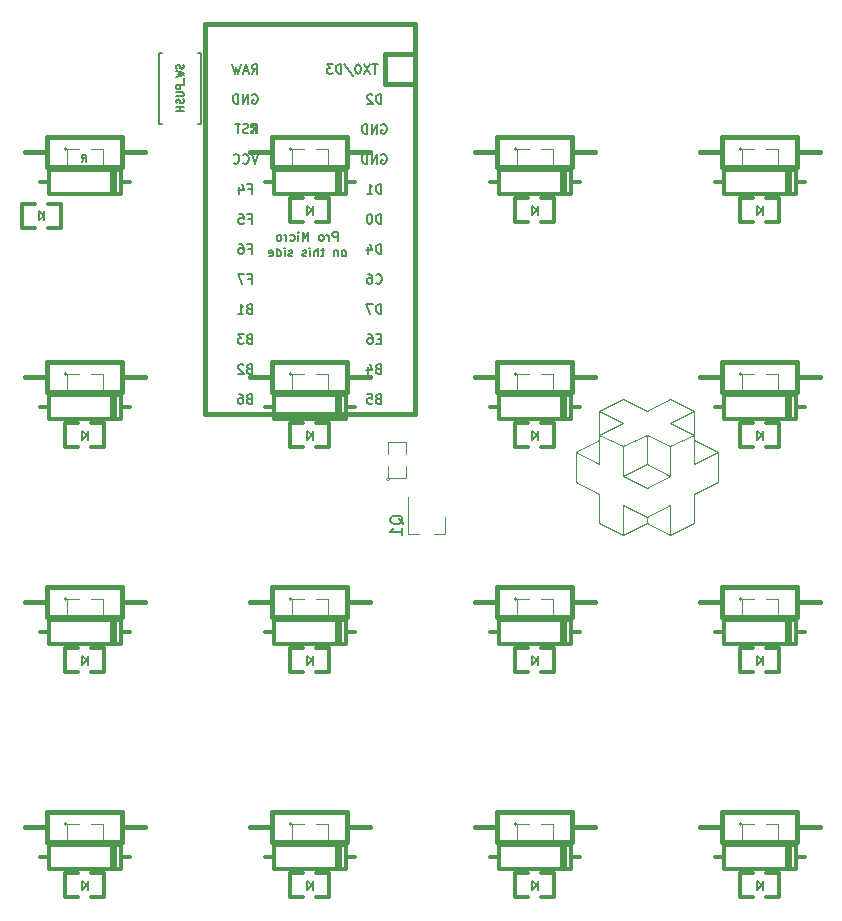
<source format=gbo>
G04 #@! TF.GenerationSoftware,KiCad,Pcbnew,(5.0.1)-3*
G04 #@! TF.CreationDate,2020-04-26T21:35:37+05:00*
G04 #@! TF.ProjectId,amoeba-4x4-keypad,616D6F6562612D3478342D6B65797061,rev?*
G04 #@! TF.SameCoordinates,Original*
G04 #@! TF.FileFunction,Legend,Bot*
G04 #@! TF.FilePolarity,Positive*
%FSLAX46Y46*%
G04 Gerber Fmt 4.6, Leading zero omitted, Abs format (unit mm)*
G04 Created by KiCad (PCBNEW (5.0.1)-3) date 26.04.2020 21:35:37*
%MOMM*%
%LPD*%
G01*
G04 APERTURE LIST*
%ADD10C,0.187500*%
%ADD11C,0.100000*%
%ADD12C,0.150000*%
%ADD13C,0.099060*%
%ADD14C,0.300000*%
%ADD15C,0.200000*%
%ADD16C,0.381000*%
%ADD17C,0.304800*%
%ADD18C,0.120000*%
G04 APERTURE END LIST*
D10*
X270323571Y-120573035D02*
X270323571Y-119823035D01*
X270037857Y-119823035D01*
X269966428Y-119858750D01*
X269930714Y-119894464D01*
X269895000Y-119965892D01*
X269895000Y-120073035D01*
X269930714Y-120144464D01*
X269966428Y-120180178D01*
X270037857Y-120215892D01*
X270323571Y-120215892D01*
X269573571Y-120573035D02*
X269573571Y-120073035D01*
X269573571Y-120215892D02*
X269537857Y-120144464D01*
X269502142Y-120108750D01*
X269430714Y-120073035D01*
X269359285Y-120073035D01*
X269002142Y-120573035D02*
X269073571Y-120537321D01*
X269109285Y-120501607D01*
X269145000Y-120430178D01*
X269145000Y-120215892D01*
X269109285Y-120144464D01*
X269073571Y-120108750D01*
X269002142Y-120073035D01*
X268895000Y-120073035D01*
X268823571Y-120108750D01*
X268787857Y-120144464D01*
X268752142Y-120215892D01*
X268752142Y-120430178D01*
X268787857Y-120501607D01*
X268823571Y-120537321D01*
X268895000Y-120573035D01*
X269002142Y-120573035D01*
X267859285Y-120573035D02*
X267859285Y-119823035D01*
X267609285Y-120358750D01*
X267359285Y-119823035D01*
X267359285Y-120573035D01*
X267002142Y-120573035D02*
X267002142Y-120073035D01*
X267002142Y-119823035D02*
X267037857Y-119858750D01*
X267002142Y-119894464D01*
X266966428Y-119858750D01*
X267002142Y-119823035D01*
X267002142Y-119894464D01*
X266323571Y-120537321D02*
X266395000Y-120573035D01*
X266537857Y-120573035D01*
X266609285Y-120537321D01*
X266645000Y-120501607D01*
X266680714Y-120430178D01*
X266680714Y-120215892D01*
X266645000Y-120144464D01*
X266609285Y-120108750D01*
X266537857Y-120073035D01*
X266395000Y-120073035D01*
X266323571Y-120108750D01*
X266002142Y-120573035D02*
X266002142Y-120073035D01*
X266002142Y-120215892D02*
X265966428Y-120144464D01*
X265930714Y-120108750D01*
X265859285Y-120073035D01*
X265787857Y-120073035D01*
X265430714Y-120573035D02*
X265502142Y-120537321D01*
X265537857Y-120501607D01*
X265573571Y-120430178D01*
X265573571Y-120215892D01*
X265537857Y-120144464D01*
X265502142Y-120108750D01*
X265430714Y-120073035D01*
X265323571Y-120073035D01*
X265252142Y-120108750D01*
X265216428Y-120144464D01*
X265180714Y-120215892D01*
X265180714Y-120430178D01*
X265216428Y-120501607D01*
X265252142Y-120537321D01*
X265323571Y-120573035D01*
X265430714Y-120573035D01*
X270912857Y-121885535D02*
X270984285Y-121849821D01*
X271020000Y-121814107D01*
X271055714Y-121742678D01*
X271055714Y-121528392D01*
X271020000Y-121456964D01*
X270984285Y-121421250D01*
X270912857Y-121385535D01*
X270805714Y-121385535D01*
X270734285Y-121421250D01*
X270698571Y-121456964D01*
X270662857Y-121528392D01*
X270662857Y-121742678D01*
X270698571Y-121814107D01*
X270734285Y-121849821D01*
X270805714Y-121885535D01*
X270912857Y-121885535D01*
X270341428Y-121385535D02*
X270341428Y-121885535D01*
X270341428Y-121456964D02*
X270305714Y-121421250D01*
X270234285Y-121385535D01*
X270127142Y-121385535D01*
X270055714Y-121421250D01*
X270020000Y-121492678D01*
X270020000Y-121885535D01*
X269198571Y-121385535D02*
X268912857Y-121385535D01*
X269091428Y-121135535D02*
X269091428Y-121778392D01*
X269055714Y-121849821D01*
X268984285Y-121885535D01*
X268912857Y-121885535D01*
X268662857Y-121885535D02*
X268662857Y-121135535D01*
X268341428Y-121885535D02*
X268341428Y-121492678D01*
X268377142Y-121421250D01*
X268448571Y-121385535D01*
X268555714Y-121385535D01*
X268627142Y-121421250D01*
X268662857Y-121456964D01*
X267984285Y-121885535D02*
X267984285Y-121385535D01*
X267984285Y-121135535D02*
X268020000Y-121171250D01*
X267984285Y-121206964D01*
X267948571Y-121171250D01*
X267984285Y-121135535D01*
X267984285Y-121206964D01*
X267662857Y-121849821D02*
X267591428Y-121885535D01*
X267448571Y-121885535D01*
X267377142Y-121849821D01*
X267341428Y-121778392D01*
X267341428Y-121742678D01*
X267377142Y-121671250D01*
X267448571Y-121635535D01*
X267555714Y-121635535D01*
X267627142Y-121599821D01*
X267662857Y-121528392D01*
X267662857Y-121492678D01*
X267627142Y-121421250D01*
X267555714Y-121385535D01*
X267448571Y-121385535D01*
X267377142Y-121421250D01*
X266484285Y-121849821D02*
X266412857Y-121885535D01*
X266270000Y-121885535D01*
X266198571Y-121849821D01*
X266162857Y-121778392D01*
X266162857Y-121742678D01*
X266198571Y-121671250D01*
X266270000Y-121635535D01*
X266377142Y-121635535D01*
X266448571Y-121599821D01*
X266484285Y-121528392D01*
X266484285Y-121492678D01*
X266448571Y-121421250D01*
X266377142Y-121385535D01*
X266270000Y-121385535D01*
X266198571Y-121421250D01*
X265841428Y-121885535D02*
X265841428Y-121385535D01*
X265841428Y-121135535D02*
X265877142Y-121171250D01*
X265841428Y-121206964D01*
X265805714Y-121171250D01*
X265841428Y-121135535D01*
X265841428Y-121206964D01*
X265162857Y-121885535D02*
X265162857Y-121135535D01*
X265162857Y-121849821D02*
X265234285Y-121885535D01*
X265377142Y-121885535D01*
X265448571Y-121849821D01*
X265484285Y-121814107D01*
X265520000Y-121742678D01*
X265520000Y-121528392D01*
X265484285Y-121456964D01*
X265448571Y-121421250D01*
X265377142Y-121385535D01*
X265234285Y-121385535D01*
X265162857Y-121421250D01*
X264520000Y-121849821D02*
X264591428Y-121885535D01*
X264734285Y-121885535D01*
X264805714Y-121849821D01*
X264841428Y-121778392D01*
X264841428Y-121492678D01*
X264805714Y-121421250D01*
X264734285Y-121385535D01*
X264591428Y-121385535D01*
X264520000Y-121421250D01*
X264484285Y-121492678D01*
X264484285Y-121564107D01*
X264841428Y-121635535D01*
D11*
X300503482Y-136966116D02*
X300503482Y-134966116D01*
X294503482Y-133966116D02*
X292503482Y-134966116D01*
X300503482Y-134966116D02*
X298503482Y-133966116D01*
X290503482Y-138466116D02*
X292503482Y-137466116D01*
X292503482Y-134966116D02*
X294503482Y-135966116D01*
X294503482Y-135966116D02*
X292503482Y-136966116D01*
X292503482Y-134966116D02*
X292503482Y-136966116D01*
X296503482Y-134966116D02*
X294503482Y-133966116D01*
X298503482Y-133966116D02*
X296503482Y-134966116D01*
X302503482Y-138466116D02*
X300503482Y-137466116D01*
X300503482Y-136966116D02*
X298503482Y-135966116D01*
X298503482Y-137966116D02*
X300503482Y-136966116D01*
X294503482Y-142966116D02*
X294503482Y-145466116D01*
X296503482Y-136966116D02*
X298503482Y-137966116D01*
X298503482Y-145466116D02*
X296503482Y-144466116D01*
X290503482Y-140966116D02*
X290503482Y-138466116D01*
X300503482Y-136966116D02*
X300503482Y-139466116D01*
X296503482Y-143966116D02*
X294503482Y-142966116D01*
X298503482Y-145466116D02*
X298503482Y-142966116D01*
X292503482Y-136966116D02*
X294503482Y-137966116D01*
X296503482Y-144466116D02*
X294503482Y-145466116D01*
X298503482Y-140466116D02*
X296503482Y-141466116D01*
X292503482Y-139466116D02*
X292503482Y-136966116D01*
X290503482Y-138466116D02*
X292503482Y-139466116D01*
X296503482Y-139466116D02*
X296503482Y-136966116D01*
X292503482Y-141966116D02*
X290503482Y-140966116D01*
X296503482Y-139466116D02*
X294503482Y-140466116D01*
X294503482Y-145466116D02*
X292503482Y-144466116D01*
X300503482Y-144466116D02*
X298503482Y-145466116D01*
X300503482Y-141966116D02*
X300503482Y-144466116D01*
X302503482Y-138466116D02*
X302503482Y-140966116D01*
X300503482Y-139466116D02*
X302503482Y-138466116D01*
X294503482Y-140466116D02*
X294503482Y-137966116D01*
X298503482Y-135966116D02*
X300503482Y-134966116D01*
X292503482Y-144466116D02*
X292503482Y-141966116D01*
X302503482Y-140966116D02*
X300503482Y-141966116D01*
X294503482Y-137966116D02*
X296503482Y-136966116D01*
X298503482Y-142966116D02*
X296503482Y-143966116D01*
X298503482Y-140466116D02*
X296503482Y-139466116D01*
X296503482Y-143966116D02*
X296503482Y-144466116D01*
X298503482Y-137966116D02*
X298503482Y-140466116D01*
X296503482Y-141466116D02*
X294503482Y-140466116D01*
D12*
X257255857Y-105652857D02*
X257284428Y-105738571D01*
X257284428Y-105881428D01*
X257255857Y-105938571D01*
X257227285Y-105967142D01*
X257170142Y-105995714D01*
X257113000Y-105995714D01*
X257055857Y-105967142D01*
X257027285Y-105938571D01*
X256998714Y-105881428D01*
X256970142Y-105767142D01*
X256941571Y-105710000D01*
X256913000Y-105681428D01*
X256855857Y-105652857D01*
X256798714Y-105652857D01*
X256741571Y-105681428D01*
X256713000Y-105710000D01*
X256684428Y-105767142D01*
X256684428Y-105910000D01*
X256713000Y-105995714D01*
X256684428Y-106195714D02*
X257284428Y-106338571D01*
X256855857Y-106452857D01*
X257284428Y-106567142D01*
X256684428Y-106710000D01*
X257341571Y-106795714D02*
X257341571Y-107252857D01*
X257284428Y-107395714D02*
X256684428Y-107395714D01*
X256684428Y-107624285D01*
X256713000Y-107681428D01*
X256741571Y-107710000D01*
X256798714Y-107738571D01*
X256884428Y-107738571D01*
X256941571Y-107710000D01*
X256970142Y-107681428D01*
X256998714Y-107624285D01*
X256998714Y-107395714D01*
X256684428Y-107995714D02*
X257170142Y-107995714D01*
X257227285Y-108024285D01*
X257255857Y-108052857D01*
X257284428Y-108110000D01*
X257284428Y-108224285D01*
X257255857Y-108281428D01*
X257227285Y-108310000D01*
X257170142Y-108338571D01*
X256684428Y-108338571D01*
X257255857Y-108595714D02*
X257284428Y-108681428D01*
X257284428Y-108824285D01*
X257255857Y-108881428D01*
X257227285Y-108910000D01*
X257170142Y-108938571D01*
X257113000Y-108938571D01*
X257055857Y-108910000D01*
X257027285Y-108881428D01*
X256998714Y-108824285D01*
X256970142Y-108710000D01*
X256941571Y-108652857D01*
X256913000Y-108624285D01*
X256855857Y-108595714D01*
X256798714Y-108595714D01*
X256741571Y-108624285D01*
X256713000Y-108652857D01*
X256684428Y-108710000D01*
X256684428Y-108852857D01*
X256713000Y-108938571D01*
X257284428Y-109195714D02*
X256684428Y-109195714D01*
X256970142Y-109195714D02*
X256970142Y-109538571D01*
X257284428Y-109538571D02*
X256684428Y-109538571D01*
X255243316Y-104674165D02*
X255243316Y-110674165D01*
X255243316Y-104674165D02*
X255493316Y-104674165D01*
X255243316Y-110674165D02*
X255493316Y-110674165D01*
X258743316Y-104674165D02*
X258493316Y-104674165D01*
X258743316Y-110674165D02*
X258493316Y-110674165D01*
X258743316Y-104674165D02*
X258743316Y-110674165D01*
X248654285Y-113872928D02*
X248854285Y-113587214D01*
X248997142Y-113872928D02*
X248997142Y-113272928D01*
X248768571Y-113272928D01*
X248711428Y-113301500D01*
X248682857Y-113330071D01*
X248654285Y-113387214D01*
X248654285Y-113472928D01*
X248682857Y-113530071D01*
X248711428Y-113558642D01*
X248768571Y-113587214D01*
X248997142Y-113587214D01*
D13*
G04 #@! TO.C,R1*
X274591000Y-137636000D02*
X274591000Y-138652000D01*
X276115000Y-137636000D02*
X274591000Y-137636000D01*
X276115000Y-138652000D02*
X276115000Y-137636000D01*
X276115000Y-140684000D02*
X276115000Y-139668000D01*
X274591000Y-140684000D02*
X276115000Y-140684000D01*
X274591000Y-139668000D02*
X274591000Y-140684000D01*
X274718000Y-140811000D02*
G75*
G03X274718000Y-140811000I-127000J0D01*
G01*
D14*
G04 #@! TO.C,D1*
X268497000Y-176149000D02*
X269621000Y-176149000D01*
X269621000Y-176149000D02*
X269621000Y-174117000D01*
X269621000Y-174117000D02*
X268497000Y-174117000D01*
X267416000Y-176149000D02*
X266319000Y-176149000D01*
X266319000Y-176149000D02*
X266319000Y-174117000D01*
X266319000Y-174117000D02*
X267416000Y-174117000D01*
D15*
X268224000Y-175514000D02*
X268224000Y-174752000D01*
X267779500Y-175514000D02*
X267779500Y-174752000D01*
X267779500Y-174752000D02*
X268160500Y-175133000D01*
X268160500Y-175133000D02*
X267779500Y-175514000D01*
D16*
G04 #@! TO.C,R0*
X264795000Y-171450000D02*
X271145000Y-171450000D01*
X271145000Y-171450000D02*
X271145000Y-168910000D01*
X271145000Y-168910000D02*
X264795000Y-168910000D01*
X264795000Y-168910000D02*
X264795000Y-171450000D01*
X273050000Y-170180000D02*
X271145000Y-170180000D01*
X262890000Y-170180000D02*
X264795000Y-170180000D01*
D17*
G04 #@! TO.C,D0*
X271780000Y-172720000D02*
X271018000Y-172720000D01*
X271018000Y-172720000D02*
X271018000Y-173736000D01*
X271018000Y-173736000D02*
X264922000Y-173736000D01*
X264922000Y-173736000D02*
X264922000Y-172720000D01*
X264922000Y-172720000D02*
X264160000Y-172720000D01*
X264922000Y-172720000D02*
X264922000Y-171704000D01*
X264922000Y-171704000D02*
X271018000Y-171704000D01*
X271018000Y-171704000D02*
X271018000Y-172720000D01*
X270510000Y-173736000D02*
X270510000Y-171704000D01*
X270256000Y-171704000D02*
X270256000Y-173736000D01*
D13*
G04 #@! TO.C,R1*
X266446000Y-169926000D02*
G75*
G03X266446000Y-169926000I-127000J0D01*
G01*
X267462000Y-169926000D02*
X266446000Y-169926000D01*
X266446000Y-169926000D02*
X266446000Y-171450000D01*
X266446000Y-171450000D02*
X267462000Y-171450000D01*
X268478000Y-171450000D02*
X269494000Y-171450000D01*
X269494000Y-171450000D02*
X269494000Y-169926000D01*
X269494000Y-169926000D02*
X268478000Y-169926000D01*
X285496000Y-169926000D02*
G75*
G03X285496000Y-169926000I-127000J0D01*
G01*
X286512000Y-169926000D02*
X285496000Y-169926000D01*
X285496000Y-169926000D02*
X285496000Y-171450000D01*
X285496000Y-171450000D02*
X286512000Y-171450000D01*
X287528000Y-171450000D02*
X288544000Y-171450000D01*
X288544000Y-171450000D02*
X288544000Y-169926000D01*
X288544000Y-169926000D02*
X287528000Y-169926000D01*
D17*
G04 #@! TO.C,D0*
X290830000Y-172720000D02*
X290068000Y-172720000D01*
X290068000Y-172720000D02*
X290068000Y-173736000D01*
X290068000Y-173736000D02*
X283972000Y-173736000D01*
X283972000Y-173736000D02*
X283972000Y-172720000D01*
X283972000Y-172720000D02*
X283210000Y-172720000D01*
X283972000Y-172720000D02*
X283972000Y-171704000D01*
X283972000Y-171704000D02*
X290068000Y-171704000D01*
X290068000Y-171704000D02*
X290068000Y-172720000D01*
X289560000Y-173736000D02*
X289560000Y-171704000D01*
X289306000Y-171704000D02*
X289306000Y-173736000D01*
D14*
G04 #@! TO.C,D1*
X287547000Y-176149000D02*
X288671000Y-176149000D01*
X288671000Y-176149000D02*
X288671000Y-174117000D01*
X288671000Y-174117000D02*
X287547000Y-174117000D01*
X286466000Y-176149000D02*
X285369000Y-176149000D01*
X285369000Y-176149000D02*
X285369000Y-174117000D01*
X285369000Y-174117000D02*
X286466000Y-174117000D01*
D15*
X287274000Y-175514000D02*
X287274000Y-174752000D01*
X286829500Y-175514000D02*
X286829500Y-174752000D01*
X286829500Y-174752000D02*
X287210500Y-175133000D01*
X287210500Y-175133000D02*
X286829500Y-175514000D01*
D16*
G04 #@! TO.C,R0*
X283845000Y-171450000D02*
X290195000Y-171450000D01*
X290195000Y-171450000D02*
X290195000Y-168910000D01*
X290195000Y-168910000D02*
X283845000Y-168910000D01*
X283845000Y-168910000D02*
X283845000Y-171450000D01*
X292100000Y-170180000D02*
X290195000Y-170180000D01*
X281940000Y-170180000D02*
X283845000Y-170180000D01*
D17*
G04 #@! TO.C,D0*
X309880000Y-172720000D02*
X309118000Y-172720000D01*
X309118000Y-172720000D02*
X309118000Y-173736000D01*
X309118000Y-173736000D02*
X303022000Y-173736000D01*
X303022000Y-173736000D02*
X303022000Y-172720000D01*
X303022000Y-172720000D02*
X302260000Y-172720000D01*
X303022000Y-172720000D02*
X303022000Y-171704000D01*
X303022000Y-171704000D02*
X309118000Y-171704000D01*
X309118000Y-171704000D02*
X309118000Y-172720000D01*
X308610000Y-173736000D02*
X308610000Y-171704000D01*
X308356000Y-171704000D02*
X308356000Y-173736000D01*
D14*
G04 #@! TO.C,D1*
X306597000Y-176149000D02*
X307721000Y-176149000D01*
X307721000Y-176149000D02*
X307721000Y-174117000D01*
X307721000Y-174117000D02*
X306597000Y-174117000D01*
X305516000Y-176149000D02*
X304419000Y-176149000D01*
X304419000Y-176149000D02*
X304419000Y-174117000D01*
X304419000Y-174117000D02*
X305516000Y-174117000D01*
D15*
X306324000Y-175514000D02*
X306324000Y-174752000D01*
X305879500Y-175514000D02*
X305879500Y-174752000D01*
X305879500Y-174752000D02*
X306260500Y-175133000D01*
X306260500Y-175133000D02*
X305879500Y-175514000D01*
D16*
G04 #@! TO.C,R0*
X302895000Y-171450000D02*
X309245000Y-171450000D01*
X309245000Y-171450000D02*
X309245000Y-168910000D01*
X309245000Y-168910000D02*
X302895000Y-168910000D01*
X302895000Y-168910000D02*
X302895000Y-171450000D01*
X311150000Y-170180000D02*
X309245000Y-170180000D01*
X300990000Y-170180000D02*
X302895000Y-170180000D01*
D13*
G04 #@! TO.C,R1*
X304546000Y-169926000D02*
G75*
G03X304546000Y-169926000I-127000J0D01*
G01*
X305562000Y-169926000D02*
X304546000Y-169926000D01*
X304546000Y-169926000D02*
X304546000Y-171450000D01*
X304546000Y-171450000D02*
X305562000Y-171450000D01*
X306578000Y-171450000D02*
X307594000Y-171450000D01*
X307594000Y-171450000D02*
X307594000Y-169926000D01*
X307594000Y-169926000D02*
X306578000Y-169926000D01*
D17*
G04 #@! TO.C,D0*
X251206000Y-171704000D02*
X251206000Y-173736000D01*
X251460000Y-173736000D02*
X251460000Y-171704000D01*
X251968000Y-171704000D02*
X251968000Y-172720000D01*
X245872000Y-171704000D02*
X251968000Y-171704000D01*
X245872000Y-172720000D02*
X245872000Y-171704000D01*
X245872000Y-172720000D02*
X245110000Y-172720000D01*
X245872000Y-173736000D02*
X245872000Y-172720000D01*
X251968000Y-173736000D02*
X245872000Y-173736000D01*
X251968000Y-172720000D02*
X251968000Y-173736000D01*
X252730000Y-172720000D02*
X251968000Y-172720000D01*
D16*
G04 #@! TO.C,R0*
X243840000Y-170180000D02*
X245745000Y-170180000D01*
X254000000Y-170180000D02*
X252095000Y-170180000D01*
X245745000Y-168910000D02*
X245745000Y-171450000D01*
X252095000Y-168910000D02*
X245745000Y-168910000D01*
X252095000Y-171450000D02*
X252095000Y-168910000D01*
X245745000Y-171450000D02*
X252095000Y-171450000D01*
D15*
G04 #@! TO.C,D1*
X249110500Y-175133000D02*
X248729500Y-175514000D01*
X248729500Y-174752000D02*
X249110500Y-175133000D01*
X248729500Y-175514000D02*
X248729500Y-174752000D01*
X249174000Y-175514000D02*
X249174000Y-174752000D01*
D14*
X247269000Y-174117000D02*
X248366000Y-174117000D01*
X247269000Y-176149000D02*
X247269000Y-174117000D01*
X248366000Y-176149000D02*
X247269000Y-176149000D01*
X250571000Y-174117000D02*
X249447000Y-174117000D01*
X250571000Y-176149000D02*
X250571000Y-174117000D01*
X249447000Y-176149000D02*
X250571000Y-176149000D01*
D13*
G04 #@! TO.C,R1*
X250444000Y-169926000D02*
X249428000Y-169926000D01*
X250444000Y-171450000D02*
X250444000Y-169926000D01*
X249428000Y-171450000D02*
X250444000Y-171450000D01*
X247396000Y-171450000D02*
X248412000Y-171450000D01*
X247396000Y-169926000D02*
X247396000Y-171450000D01*
X248412000Y-169926000D02*
X247396000Y-169926000D01*
X247396000Y-169926000D02*
G75*
G03X247396000Y-169926000I-127000J0D01*
G01*
D14*
G04 #@! TO.C,D1*
X268497000Y-157099000D02*
X269621000Y-157099000D01*
X269621000Y-157099000D02*
X269621000Y-155067000D01*
X269621000Y-155067000D02*
X268497000Y-155067000D01*
X267416000Y-157099000D02*
X266319000Y-157099000D01*
X266319000Y-157099000D02*
X266319000Y-155067000D01*
X266319000Y-155067000D02*
X267416000Y-155067000D01*
D15*
X268224000Y-156464000D02*
X268224000Y-155702000D01*
X267779500Y-156464000D02*
X267779500Y-155702000D01*
X267779500Y-155702000D02*
X268160500Y-156083000D01*
X268160500Y-156083000D02*
X267779500Y-156464000D01*
D16*
G04 #@! TO.C,R0*
X264795000Y-152400000D02*
X271145000Y-152400000D01*
X271145000Y-152400000D02*
X271145000Y-149860000D01*
X271145000Y-149860000D02*
X264795000Y-149860000D01*
X264795000Y-149860000D02*
X264795000Y-152400000D01*
X273050000Y-151130000D02*
X271145000Y-151130000D01*
X262890000Y-151130000D02*
X264795000Y-151130000D01*
D17*
G04 #@! TO.C,D0*
X271780000Y-153670000D02*
X271018000Y-153670000D01*
X271018000Y-153670000D02*
X271018000Y-154686000D01*
X271018000Y-154686000D02*
X264922000Y-154686000D01*
X264922000Y-154686000D02*
X264922000Y-153670000D01*
X264922000Y-153670000D02*
X264160000Y-153670000D01*
X264922000Y-153670000D02*
X264922000Y-152654000D01*
X264922000Y-152654000D02*
X271018000Y-152654000D01*
X271018000Y-152654000D02*
X271018000Y-153670000D01*
X270510000Y-154686000D02*
X270510000Y-152654000D01*
X270256000Y-152654000D02*
X270256000Y-154686000D01*
D13*
G04 #@! TO.C,R1*
X266446000Y-150876000D02*
G75*
G03X266446000Y-150876000I-127000J0D01*
G01*
X267462000Y-150876000D02*
X266446000Y-150876000D01*
X266446000Y-150876000D02*
X266446000Y-152400000D01*
X266446000Y-152400000D02*
X267462000Y-152400000D01*
X268478000Y-152400000D02*
X269494000Y-152400000D01*
X269494000Y-152400000D02*
X269494000Y-150876000D01*
X269494000Y-150876000D02*
X268478000Y-150876000D01*
X285496000Y-150876000D02*
G75*
G03X285496000Y-150876000I-127000J0D01*
G01*
X286512000Y-150876000D02*
X285496000Y-150876000D01*
X285496000Y-150876000D02*
X285496000Y-152400000D01*
X285496000Y-152400000D02*
X286512000Y-152400000D01*
X287528000Y-152400000D02*
X288544000Y-152400000D01*
X288544000Y-152400000D02*
X288544000Y-150876000D01*
X288544000Y-150876000D02*
X287528000Y-150876000D01*
D17*
G04 #@! TO.C,D0*
X290830000Y-153670000D02*
X290068000Y-153670000D01*
X290068000Y-153670000D02*
X290068000Y-154686000D01*
X290068000Y-154686000D02*
X283972000Y-154686000D01*
X283972000Y-154686000D02*
X283972000Y-153670000D01*
X283972000Y-153670000D02*
X283210000Y-153670000D01*
X283972000Y-153670000D02*
X283972000Y-152654000D01*
X283972000Y-152654000D02*
X290068000Y-152654000D01*
X290068000Y-152654000D02*
X290068000Y-153670000D01*
X289560000Y-154686000D02*
X289560000Y-152654000D01*
X289306000Y-152654000D02*
X289306000Y-154686000D01*
D14*
G04 #@! TO.C,D1*
X287547000Y-157099000D02*
X288671000Y-157099000D01*
X288671000Y-157099000D02*
X288671000Y-155067000D01*
X288671000Y-155067000D02*
X287547000Y-155067000D01*
X286466000Y-157099000D02*
X285369000Y-157099000D01*
X285369000Y-157099000D02*
X285369000Y-155067000D01*
X285369000Y-155067000D02*
X286466000Y-155067000D01*
D15*
X287274000Y-156464000D02*
X287274000Y-155702000D01*
X286829500Y-156464000D02*
X286829500Y-155702000D01*
X286829500Y-155702000D02*
X287210500Y-156083000D01*
X287210500Y-156083000D02*
X286829500Y-156464000D01*
D16*
G04 #@! TO.C,R0*
X283845000Y-152400000D02*
X290195000Y-152400000D01*
X290195000Y-152400000D02*
X290195000Y-149860000D01*
X290195000Y-149860000D02*
X283845000Y-149860000D01*
X283845000Y-149860000D02*
X283845000Y-152400000D01*
X292100000Y-151130000D02*
X290195000Y-151130000D01*
X281940000Y-151130000D02*
X283845000Y-151130000D01*
D17*
G04 #@! TO.C,D0*
X309880000Y-153670000D02*
X309118000Y-153670000D01*
X309118000Y-153670000D02*
X309118000Y-154686000D01*
X309118000Y-154686000D02*
X303022000Y-154686000D01*
X303022000Y-154686000D02*
X303022000Y-153670000D01*
X303022000Y-153670000D02*
X302260000Y-153670000D01*
X303022000Y-153670000D02*
X303022000Y-152654000D01*
X303022000Y-152654000D02*
X309118000Y-152654000D01*
X309118000Y-152654000D02*
X309118000Y-153670000D01*
X308610000Y-154686000D02*
X308610000Y-152654000D01*
X308356000Y-152654000D02*
X308356000Y-154686000D01*
D14*
G04 #@! TO.C,D1*
X306597000Y-157099000D02*
X307721000Y-157099000D01*
X307721000Y-157099000D02*
X307721000Y-155067000D01*
X307721000Y-155067000D02*
X306597000Y-155067000D01*
X305516000Y-157099000D02*
X304419000Y-157099000D01*
X304419000Y-157099000D02*
X304419000Y-155067000D01*
X304419000Y-155067000D02*
X305516000Y-155067000D01*
D15*
X306324000Y-156464000D02*
X306324000Y-155702000D01*
X305879500Y-156464000D02*
X305879500Y-155702000D01*
X305879500Y-155702000D02*
X306260500Y-156083000D01*
X306260500Y-156083000D02*
X305879500Y-156464000D01*
D16*
G04 #@! TO.C,R0*
X302895000Y-152400000D02*
X309245000Y-152400000D01*
X309245000Y-152400000D02*
X309245000Y-149860000D01*
X309245000Y-149860000D02*
X302895000Y-149860000D01*
X302895000Y-149860000D02*
X302895000Y-152400000D01*
X311150000Y-151130000D02*
X309245000Y-151130000D01*
X300990000Y-151130000D02*
X302895000Y-151130000D01*
D13*
G04 #@! TO.C,R1*
X304546000Y-150876000D02*
G75*
G03X304546000Y-150876000I-127000J0D01*
G01*
X305562000Y-150876000D02*
X304546000Y-150876000D01*
X304546000Y-150876000D02*
X304546000Y-152400000D01*
X304546000Y-152400000D02*
X305562000Y-152400000D01*
X306578000Y-152400000D02*
X307594000Y-152400000D01*
X307594000Y-152400000D02*
X307594000Y-150876000D01*
X307594000Y-150876000D02*
X306578000Y-150876000D01*
D17*
G04 #@! TO.C,D0*
X251206000Y-152654000D02*
X251206000Y-154686000D01*
X251460000Y-154686000D02*
X251460000Y-152654000D01*
X251968000Y-152654000D02*
X251968000Y-153670000D01*
X245872000Y-152654000D02*
X251968000Y-152654000D01*
X245872000Y-153670000D02*
X245872000Y-152654000D01*
X245872000Y-153670000D02*
X245110000Y-153670000D01*
X245872000Y-154686000D02*
X245872000Y-153670000D01*
X251968000Y-154686000D02*
X245872000Y-154686000D01*
X251968000Y-153670000D02*
X251968000Y-154686000D01*
X252730000Y-153670000D02*
X251968000Y-153670000D01*
D16*
G04 #@! TO.C,R0*
X243840000Y-151130000D02*
X245745000Y-151130000D01*
X254000000Y-151130000D02*
X252095000Y-151130000D01*
X245745000Y-149860000D02*
X245745000Y-152400000D01*
X252095000Y-149860000D02*
X245745000Y-149860000D01*
X252095000Y-152400000D02*
X252095000Y-149860000D01*
X245745000Y-152400000D02*
X252095000Y-152400000D01*
D15*
G04 #@! TO.C,D1*
X249110500Y-156083000D02*
X248729500Y-156464000D01*
X248729500Y-155702000D02*
X249110500Y-156083000D01*
X248729500Y-156464000D02*
X248729500Y-155702000D01*
X249174000Y-156464000D02*
X249174000Y-155702000D01*
D14*
X247269000Y-155067000D02*
X248366000Y-155067000D01*
X247269000Y-157099000D02*
X247269000Y-155067000D01*
X248366000Y-157099000D02*
X247269000Y-157099000D01*
X250571000Y-155067000D02*
X249447000Y-155067000D01*
X250571000Y-157099000D02*
X250571000Y-155067000D01*
X249447000Y-157099000D02*
X250571000Y-157099000D01*
D13*
G04 #@! TO.C,R1*
X250444000Y-150876000D02*
X249428000Y-150876000D01*
X250444000Y-152400000D02*
X250444000Y-150876000D01*
X249428000Y-152400000D02*
X250444000Y-152400000D01*
X247396000Y-152400000D02*
X248412000Y-152400000D01*
X247396000Y-150876000D02*
X247396000Y-152400000D01*
X248412000Y-150876000D02*
X247396000Y-150876000D01*
X247396000Y-150876000D02*
G75*
G03X247396000Y-150876000I-127000J0D01*
G01*
D14*
G04 #@! TO.C,D1*
X268497000Y-138049000D02*
X269621000Y-138049000D01*
X269621000Y-138049000D02*
X269621000Y-136017000D01*
X269621000Y-136017000D02*
X268497000Y-136017000D01*
X267416000Y-138049000D02*
X266319000Y-138049000D01*
X266319000Y-138049000D02*
X266319000Y-136017000D01*
X266319000Y-136017000D02*
X267416000Y-136017000D01*
D15*
X268224000Y-137414000D02*
X268224000Y-136652000D01*
X267779500Y-137414000D02*
X267779500Y-136652000D01*
X267779500Y-136652000D02*
X268160500Y-137033000D01*
X268160500Y-137033000D02*
X267779500Y-137414000D01*
D16*
G04 #@! TO.C,R0*
X264795000Y-133350000D02*
X271145000Y-133350000D01*
X271145000Y-133350000D02*
X271145000Y-130810000D01*
X271145000Y-130810000D02*
X264795000Y-130810000D01*
X264795000Y-130810000D02*
X264795000Y-133350000D01*
X273050000Y-132080000D02*
X271145000Y-132080000D01*
X262890000Y-132080000D02*
X264795000Y-132080000D01*
D17*
G04 #@! TO.C,D0*
X271780000Y-134620000D02*
X271018000Y-134620000D01*
X271018000Y-134620000D02*
X271018000Y-135636000D01*
X271018000Y-135636000D02*
X264922000Y-135636000D01*
X264922000Y-135636000D02*
X264922000Y-134620000D01*
X264922000Y-134620000D02*
X264160000Y-134620000D01*
X264922000Y-134620000D02*
X264922000Y-133604000D01*
X264922000Y-133604000D02*
X271018000Y-133604000D01*
X271018000Y-133604000D02*
X271018000Y-134620000D01*
X270510000Y-135636000D02*
X270510000Y-133604000D01*
X270256000Y-133604000D02*
X270256000Y-135636000D01*
D13*
G04 #@! TO.C,R1*
X266446000Y-131826000D02*
G75*
G03X266446000Y-131826000I-127000J0D01*
G01*
X267462000Y-131826000D02*
X266446000Y-131826000D01*
X266446000Y-131826000D02*
X266446000Y-133350000D01*
X266446000Y-133350000D02*
X267462000Y-133350000D01*
X268478000Y-133350000D02*
X269494000Y-133350000D01*
X269494000Y-133350000D02*
X269494000Y-131826000D01*
X269494000Y-131826000D02*
X268478000Y-131826000D01*
X285496000Y-131826000D02*
G75*
G03X285496000Y-131826000I-127000J0D01*
G01*
X286512000Y-131826000D02*
X285496000Y-131826000D01*
X285496000Y-131826000D02*
X285496000Y-133350000D01*
X285496000Y-133350000D02*
X286512000Y-133350000D01*
X287528000Y-133350000D02*
X288544000Y-133350000D01*
X288544000Y-133350000D02*
X288544000Y-131826000D01*
X288544000Y-131826000D02*
X287528000Y-131826000D01*
D17*
G04 #@! TO.C,D0*
X290830000Y-134620000D02*
X290068000Y-134620000D01*
X290068000Y-134620000D02*
X290068000Y-135636000D01*
X290068000Y-135636000D02*
X283972000Y-135636000D01*
X283972000Y-135636000D02*
X283972000Y-134620000D01*
X283972000Y-134620000D02*
X283210000Y-134620000D01*
X283972000Y-134620000D02*
X283972000Y-133604000D01*
X283972000Y-133604000D02*
X290068000Y-133604000D01*
X290068000Y-133604000D02*
X290068000Y-134620000D01*
X289560000Y-135636000D02*
X289560000Y-133604000D01*
X289306000Y-133604000D02*
X289306000Y-135636000D01*
D14*
G04 #@! TO.C,D1*
X287547000Y-138049000D02*
X288671000Y-138049000D01*
X288671000Y-138049000D02*
X288671000Y-136017000D01*
X288671000Y-136017000D02*
X287547000Y-136017000D01*
X286466000Y-138049000D02*
X285369000Y-138049000D01*
X285369000Y-138049000D02*
X285369000Y-136017000D01*
X285369000Y-136017000D02*
X286466000Y-136017000D01*
D15*
X287274000Y-137414000D02*
X287274000Y-136652000D01*
X286829500Y-137414000D02*
X286829500Y-136652000D01*
X286829500Y-136652000D02*
X287210500Y-137033000D01*
X287210500Y-137033000D02*
X286829500Y-137414000D01*
D16*
G04 #@! TO.C,R0*
X283845000Y-133350000D02*
X290195000Y-133350000D01*
X290195000Y-133350000D02*
X290195000Y-130810000D01*
X290195000Y-130810000D02*
X283845000Y-130810000D01*
X283845000Y-130810000D02*
X283845000Y-133350000D01*
X292100000Y-132080000D02*
X290195000Y-132080000D01*
X281940000Y-132080000D02*
X283845000Y-132080000D01*
D17*
G04 #@! TO.C,D0*
X309880000Y-134620000D02*
X309118000Y-134620000D01*
X309118000Y-134620000D02*
X309118000Y-135636000D01*
X309118000Y-135636000D02*
X303022000Y-135636000D01*
X303022000Y-135636000D02*
X303022000Y-134620000D01*
X303022000Y-134620000D02*
X302260000Y-134620000D01*
X303022000Y-134620000D02*
X303022000Y-133604000D01*
X303022000Y-133604000D02*
X309118000Y-133604000D01*
X309118000Y-133604000D02*
X309118000Y-134620000D01*
X308610000Y-135636000D02*
X308610000Y-133604000D01*
X308356000Y-133604000D02*
X308356000Y-135636000D01*
D14*
G04 #@! TO.C,D1*
X306597000Y-138049000D02*
X307721000Y-138049000D01*
X307721000Y-138049000D02*
X307721000Y-136017000D01*
X307721000Y-136017000D02*
X306597000Y-136017000D01*
X305516000Y-138049000D02*
X304419000Y-138049000D01*
X304419000Y-138049000D02*
X304419000Y-136017000D01*
X304419000Y-136017000D02*
X305516000Y-136017000D01*
D15*
X306324000Y-137414000D02*
X306324000Y-136652000D01*
X305879500Y-137414000D02*
X305879500Y-136652000D01*
X305879500Y-136652000D02*
X306260500Y-137033000D01*
X306260500Y-137033000D02*
X305879500Y-137414000D01*
D16*
G04 #@! TO.C,R0*
X302895000Y-133350000D02*
X309245000Y-133350000D01*
X309245000Y-133350000D02*
X309245000Y-130810000D01*
X309245000Y-130810000D02*
X302895000Y-130810000D01*
X302895000Y-130810000D02*
X302895000Y-133350000D01*
X311150000Y-132080000D02*
X309245000Y-132080000D01*
X300990000Y-132080000D02*
X302895000Y-132080000D01*
D13*
G04 #@! TO.C,R1*
X304546000Y-131826000D02*
G75*
G03X304546000Y-131826000I-127000J0D01*
G01*
X305562000Y-131826000D02*
X304546000Y-131826000D01*
X304546000Y-131826000D02*
X304546000Y-133350000D01*
X304546000Y-133350000D02*
X305562000Y-133350000D01*
X306578000Y-133350000D02*
X307594000Y-133350000D01*
X307594000Y-133350000D02*
X307594000Y-131826000D01*
X307594000Y-131826000D02*
X306578000Y-131826000D01*
D17*
G04 #@! TO.C,D0*
X251206000Y-133604000D02*
X251206000Y-135636000D01*
X251460000Y-135636000D02*
X251460000Y-133604000D01*
X251968000Y-133604000D02*
X251968000Y-134620000D01*
X245872000Y-133604000D02*
X251968000Y-133604000D01*
X245872000Y-134620000D02*
X245872000Y-133604000D01*
X245872000Y-134620000D02*
X245110000Y-134620000D01*
X245872000Y-135636000D02*
X245872000Y-134620000D01*
X251968000Y-135636000D02*
X245872000Y-135636000D01*
X251968000Y-134620000D02*
X251968000Y-135636000D01*
X252730000Y-134620000D02*
X251968000Y-134620000D01*
D16*
G04 #@! TO.C,R0*
X243840000Y-132080000D02*
X245745000Y-132080000D01*
X254000000Y-132080000D02*
X252095000Y-132080000D01*
X245745000Y-130810000D02*
X245745000Y-133350000D01*
X252095000Y-130810000D02*
X245745000Y-130810000D01*
X252095000Y-133350000D02*
X252095000Y-130810000D01*
X245745000Y-133350000D02*
X252095000Y-133350000D01*
D15*
G04 #@! TO.C,D1*
X249110500Y-137033000D02*
X248729500Y-137414000D01*
X248729500Y-136652000D02*
X249110500Y-137033000D01*
X248729500Y-137414000D02*
X248729500Y-136652000D01*
X249174000Y-137414000D02*
X249174000Y-136652000D01*
D14*
X247269000Y-136017000D02*
X248366000Y-136017000D01*
X247269000Y-138049000D02*
X247269000Y-136017000D01*
X248366000Y-138049000D02*
X247269000Y-138049000D01*
X250571000Y-136017000D02*
X249447000Y-136017000D01*
X250571000Y-138049000D02*
X250571000Y-136017000D01*
X249447000Y-138049000D02*
X250571000Y-138049000D01*
D13*
G04 #@! TO.C,R1*
X250444000Y-131826000D02*
X249428000Y-131826000D01*
X250444000Y-133350000D02*
X250444000Y-131826000D01*
X249428000Y-133350000D02*
X250444000Y-133350000D01*
X247396000Y-133350000D02*
X248412000Y-133350000D01*
X247396000Y-131826000D02*
X247396000Y-133350000D01*
X248412000Y-131826000D02*
X247396000Y-131826000D01*
X247396000Y-131826000D02*
G75*
G03X247396000Y-131826000I-127000J0D01*
G01*
D17*
G04 #@! TO.C,D0*
X308356000Y-114554000D02*
X308356000Y-116586000D01*
X308610000Y-116586000D02*
X308610000Y-114554000D01*
X309118000Y-114554000D02*
X309118000Y-115570000D01*
X303022000Y-114554000D02*
X309118000Y-114554000D01*
X303022000Y-115570000D02*
X303022000Y-114554000D01*
X303022000Y-115570000D02*
X302260000Y-115570000D01*
X303022000Y-116586000D02*
X303022000Y-115570000D01*
X309118000Y-116586000D02*
X303022000Y-116586000D01*
X309118000Y-115570000D02*
X309118000Y-116586000D01*
X309880000Y-115570000D02*
X309118000Y-115570000D01*
D16*
G04 #@! TO.C,R0*
X300990000Y-113030000D02*
X302895000Y-113030000D01*
X311150000Y-113030000D02*
X309245000Y-113030000D01*
X302895000Y-111760000D02*
X302895000Y-114300000D01*
X309245000Y-111760000D02*
X302895000Y-111760000D01*
X309245000Y-114300000D02*
X309245000Y-111760000D01*
X302895000Y-114300000D02*
X309245000Y-114300000D01*
D15*
G04 #@! TO.C,D1*
X306260500Y-117983000D02*
X305879500Y-118364000D01*
X305879500Y-117602000D02*
X306260500Y-117983000D01*
X305879500Y-118364000D02*
X305879500Y-117602000D01*
X306324000Y-118364000D02*
X306324000Y-117602000D01*
D14*
X304419000Y-116967000D02*
X305516000Y-116967000D01*
X304419000Y-118999000D02*
X304419000Y-116967000D01*
X305516000Y-118999000D02*
X304419000Y-118999000D01*
X307721000Y-116967000D02*
X306597000Y-116967000D01*
X307721000Y-118999000D02*
X307721000Y-116967000D01*
X306597000Y-118999000D02*
X307721000Y-118999000D01*
D13*
G04 #@! TO.C,R1*
X307594000Y-112776000D02*
X306578000Y-112776000D01*
X307594000Y-114300000D02*
X307594000Y-112776000D01*
X306578000Y-114300000D02*
X307594000Y-114300000D01*
X304546000Y-114300000D02*
X305562000Y-114300000D01*
X304546000Y-112776000D02*
X304546000Y-114300000D01*
X305562000Y-112776000D02*
X304546000Y-112776000D01*
X304546000Y-112776000D02*
G75*
G03X304546000Y-112776000I-127000J0D01*
G01*
D17*
G04 #@! TO.C,D0*
X289306000Y-114554000D02*
X289306000Y-116586000D01*
X289560000Y-116586000D02*
X289560000Y-114554000D01*
X290068000Y-114554000D02*
X290068000Y-115570000D01*
X283972000Y-114554000D02*
X290068000Y-114554000D01*
X283972000Y-115570000D02*
X283972000Y-114554000D01*
X283972000Y-115570000D02*
X283210000Y-115570000D01*
X283972000Y-116586000D02*
X283972000Y-115570000D01*
X290068000Y-116586000D02*
X283972000Y-116586000D01*
X290068000Y-115570000D02*
X290068000Y-116586000D01*
X290830000Y-115570000D02*
X290068000Y-115570000D01*
D16*
G04 #@! TO.C,R0*
X281940000Y-113030000D02*
X283845000Y-113030000D01*
X292100000Y-113030000D02*
X290195000Y-113030000D01*
X283845000Y-111760000D02*
X283845000Y-114300000D01*
X290195000Y-111760000D02*
X283845000Y-111760000D01*
X290195000Y-114300000D02*
X290195000Y-111760000D01*
X283845000Y-114300000D02*
X290195000Y-114300000D01*
D15*
G04 #@! TO.C,D1*
X287210500Y-117983000D02*
X286829500Y-118364000D01*
X286829500Y-117602000D02*
X287210500Y-117983000D01*
X286829500Y-118364000D02*
X286829500Y-117602000D01*
X287274000Y-118364000D02*
X287274000Y-117602000D01*
D14*
X285369000Y-116967000D02*
X286466000Y-116967000D01*
X285369000Y-118999000D02*
X285369000Y-116967000D01*
X286466000Y-118999000D02*
X285369000Y-118999000D01*
X288671000Y-116967000D02*
X287547000Y-116967000D01*
X288671000Y-118999000D02*
X288671000Y-116967000D01*
X287547000Y-118999000D02*
X288671000Y-118999000D01*
D13*
G04 #@! TO.C,R1*
X288544000Y-112776000D02*
X287528000Y-112776000D01*
X288544000Y-114300000D02*
X288544000Y-112776000D01*
X287528000Y-114300000D02*
X288544000Y-114300000D01*
X285496000Y-114300000D02*
X286512000Y-114300000D01*
X285496000Y-112776000D02*
X285496000Y-114300000D01*
X286512000Y-112776000D02*
X285496000Y-112776000D01*
X285496000Y-112776000D02*
G75*
G03X285496000Y-112776000I-127000J0D01*
G01*
D17*
G04 #@! TO.C,D0*
X270256000Y-114554000D02*
X270256000Y-116586000D01*
X270510000Y-116586000D02*
X270510000Y-114554000D01*
X271018000Y-114554000D02*
X271018000Y-115570000D01*
X264922000Y-114554000D02*
X271018000Y-114554000D01*
X264922000Y-115570000D02*
X264922000Y-114554000D01*
X264922000Y-115570000D02*
X264160000Y-115570000D01*
X264922000Y-116586000D02*
X264922000Y-115570000D01*
X271018000Y-116586000D02*
X264922000Y-116586000D01*
X271018000Y-115570000D02*
X271018000Y-116586000D01*
X271780000Y-115570000D02*
X271018000Y-115570000D01*
D16*
G04 #@! TO.C,R0*
X262890000Y-113030000D02*
X264795000Y-113030000D01*
X273050000Y-113030000D02*
X271145000Y-113030000D01*
X264795000Y-111760000D02*
X264795000Y-114300000D01*
X271145000Y-111760000D02*
X264795000Y-111760000D01*
X271145000Y-114300000D02*
X271145000Y-111760000D01*
X264795000Y-114300000D02*
X271145000Y-114300000D01*
D15*
G04 #@! TO.C,D1*
X268160500Y-117983000D02*
X267779500Y-118364000D01*
X267779500Y-117602000D02*
X268160500Y-117983000D01*
X267779500Y-118364000D02*
X267779500Y-117602000D01*
X268224000Y-118364000D02*
X268224000Y-117602000D01*
D14*
X266319000Y-116967000D02*
X267416000Y-116967000D01*
X266319000Y-118999000D02*
X266319000Y-116967000D01*
X267416000Y-118999000D02*
X266319000Y-118999000D01*
X269621000Y-116967000D02*
X268497000Y-116967000D01*
X269621000Y-118999000D02*
X269621000Y-116967000D01*
X268497000Y-118999000D02*
X269621000Y-118999000D01*
D13*
G04 #@! TO.C,R1*
X269494000Y-112776000D02*
X268478000Y-112776000D01*
X269494000Y-114300000D02*
X269494000Y-112776000D01*
X268478000Y-114300000D02*
X269494000Y-114300000D01*
X266446000Y-114300000D02*
X267462000Y-114300000D01*
X266446000Y-112776000D02*
X266446000Y-114300000D01*
X267462000Y-112776000D02*
X266446000Y-112776000D01*
X266446000Y-112776000D02*
G75*
G03X266446000Y-112776000I-127000J0D01*
G01*
D16*
G04 #@! TO.C,R0*
X245745000Y-114300000D02*
X252095000Y-114300000D01*
X252095000Y-114300000D02*
X252095000Y-111760000D01*
X252095000Y-111760000D02*
X245745000Y-111760000D01*
X245745000Y-111760000D02*
X245745000Y-114300000D01*
X254000000Y-113030000D02*
X252095000Y-113030000D01*
X243840000Y-113030000D02*
X245745000Y-113030000D01*
D17*
G04 #@! TO.C,D0*
X252730000Y-115570000D02*
X251968000Y-115570000D01*
X251968000Y-115570000D02*
X251968000Y-116586000D01*
X251968000Y-116586000D02*
X245872000Y-116586000D01*
X245872000Y-116586000D02*
X245872000Y-115570000D01*
X245872000Y-115570000D02*
X245110000Y-115570000D01*
X245872000Y-115570000D02*
X245872000Y-114554000D01*
X245872000Y-114554000D02*
X251968000Y-114554000D01*
X251968000Y-114554000D02*
X251968000Y-115570000D01*
X251460000Y-116586000D02*
X251460000Y-114554000D01*
X251206000Y-114554000D02*
X251206000Y-116586000D01*
D14*
G04 #@! TO.C,D1*
X245772000Y-119481000D02*
X246896000Y-119481000D01*
X246896000Y-119481000D02*
X246896000Y-117449000D01*
X246896000Y-117449000D02*
X245772000Y-117449000D01*
X244691000Y-119481000D02*
X243594000Y-119481000D01*
X243594000Y-119481000D02*
X243594000Y-117449000D01*
X243594000Y-117449000D02*
X244691000Y-117449000D01*
D15*
X245499000Y-118846000D02*
X245499000Y-118084000D01*
X245054500Y-118846000D02*
X245054500Y-118084000D01*
X245054500Y-118084000D02*
X245435500Y-118465000D01*
X245435500Y-118465000D02*
X245054500Y-118846000D01*
D13*
G04 #@! TO.C,R1*
X247396000Y-112776000D02*
G75*
G03X247396000Y-112776000I-127000J0D01*
G01*
X248412000Y-112776000D02*
X247396000Y-112776000D01*
X247396000Y-112776000D02*
X247396000Y-114300000D01*
X247396000Y-114300000D02*
X248412000Y-114300000D01*
X249428000Y-114300000D02*
X250444000Y-114300000D01*
X250444000Y-114300000D02*
X250444000Y-112776000D01*
X250444000Y-112776000D02*
X249428000Y-112776000D01*
D16*
G04 #@! TO.C,U1*
X274320000Y-104775000D02*
X276860000Y-104775000D01*
X276860000Y-102235000D02*
X276860000Y-104775000D01*
X259080000Y-102235000D02*
X276860000Y-102235000D01*
X259080000Y-104775000D02*
X259080000Y-102235000D01*
D12*
G36*
X263038432Y-111254360D02*
X263038432Y-111454360D01*
X263138432Y-111454360D01*
X263138432Y-111254360D01*
X263038432Y-111254360D01*
G37*
X263038432Y-111254360D02*
X263038432Y-111454360D01*
X263138432Y-111454360D01*
X263138432Y-111254360D01*
X263038432Y-111254360D01*
G36*
X263438432Y-110654360D02*
X263438432Y-111454360D01*
X263538432Y-111454360D01*
X263538432Y-110654360D01*
X263438432Y-110654360D01*
G37*
X263438432Y-110654360D02*
X263438432Y-111454360D01*
X263538432Y-111454360D01*
X263538432Y-110654360D01*
X263438432Y-110654360D01*
G36*
X263038432Y-110654360D02*
X263038432Y-110754360D01*
X263538432Y-110754360D01*
X263538432Y-110654360D01*
X263038432Y-110654360D01*
G37*
X263038432Y-110654360D02*
X263038432Y-110754360D01*
X263538432Y-110754360D01*
X263538432Y-110654360D01*
X263038432Y-110654360D01*
G36*
X263238432Y-111054360D02*
X263238432Y-111154360D01*
X263338432Y-111154360D01*
X263338432Y-111054360D01*
X263238432Y-111054360D01*
G37*
X263238432Y-111054360D02*
X263238432Y-111154360D01*
X263338432Y-111154360D01*
X263338432Y-111054360D01*
X263238432Y-111054360D01*
G36*
X263038432Y-110654360D02*
X263038432Y-110954360D01*
X263138432Y-110954360D01*
X263138432Y-110654360D01*
X263038432Y-110654360D01*
G37*
X263038432Y-110654360D02*
X263038432Y-110954360D01*
X263138432Y-110954360D01*
X263138432Y-110654360D01*
X263038432Y-110654360D01*
D16*
X274320000Y-107315000D02*
X276860000Y-107315000D01*
X274320000Y-104775000D02*
X274320000Y-107315000D01*
X259080000Y-135255000D02*
X259080000Y-104775000D01*
X276860000Y-135255000D02*
X259080000Y-135255000D01*
X276860000Y-104775000D02*
X276860000Y-135255000D01*
D18*
G04 #@! TO.C,Q1*
X279433000Y-145420000D02*
X279433000Y-143960000D01*
X276273000Y-145420000D02*
X276273000Y-142260000D01*
X276273000Y-145420000D02*
X277203000Y-145420000D01*
X279433000Y-145420000D02*
X278503000Y-145420000D01*
G04 #@! TO.C,U1*
D12*
X273732348Y-105606904D02*
X273275205Y-105606904D01*
X273503776Y-106406904D02*
X273503776Y-105606904D01*
X273084729Y-105606904D02*
X272551395Y-106406904D01*
X272551395Y-105606904D02*
X273084729Y-106406904D01*
X272094252Y-105606904D02*
X272018062Y-105606904D01*
X271941872Y-105645000D01*
X271903776Y-105683095D01*
X271865681Y-105759285D01*
X271827586Y-105911666D01*
X271827586Y-106102142D01*
X271865681Y-106254523D01*
X271903776Y-106330714D01*
X271941872Y-106368809D01*
X272018062Y-106406904D01*
X272094252Y-106406904D01*
X272170443Y-106368809D01*
X272208538Y-106330714D01*
X272246633Y-106254523D01*
X272284729Y-106102142D01*
X272284729Y-105911666D01*
X272246633Y-105759285D01*
X272208538Y-105683095D01*
X272170443Y-105645000D01*
X272094252Y-105606904D01*
X270913300Y-105568809D02*
X271599014Y-106597380D01*
X270646633Y-106406904D02*
X270646633Y-105606904D01*
X270456157Y-105606904D01*
X270341872Y-105645000D01*
X270265681Y-105721190D01*
X270227586Y-105797380D01*
X270189491Y-105949761D01*
X270189491Y-106064047D01*
X270227586Y-106216428D01*
X270265681Y-106292619D01*
X270341872Y-106368809D01*
X270456157Y-106406904D01*
X270646633Y-106406904D01*
X269922824Y-105606904D02*
X269427586Y-105606904D01*
X269694252Y-105911666D01*
X269579967Y-105911666D01*
X269503776Y-105949761D01*
X269465681Y-105987857D01*
X269427586Y-106064047D01*
X269427586Y-106254523D01*
X269465681Y-106330714D01*
X269503776Y-106368809D01*
X269579967Y-106406904D01*
X269808538Y-106406904D01*
X269884729Y-106368809D01*
X269922824Y-106330714D01*
X274021476Y-108946904D02*
X274021476Y-108146904D01*
X273831000Y-108146904D01*
X273716714Y-108185000D01*
X273640523Y-108261190D01*
X273602428Y-108337380D01*
X273564333Y-108489761D01*
X273564333Y-108604047D01*
X273602428Y-108756428D01*
X273640523Y-108832619D01*
X273716714Y-108908809D01*
X273831000Y-108946904D01*
X274021476Y-108946904D01*
X273259571Y-108223095D02*
X273221476Y-108185000D01*
X273145285Y-108146904D01*
X272954809Y-108146904D01*
X272878619Y-108185000D01*
X272840523Y-108223095D01*
X272802428Y-108299285D01*
X272802428Y-108375476D01*
X272840523Y-108489761D01*
X273297666Y-108946904D01*
X272802428Y-108946904D01*
X274021476Y-119106904D02*
X274021476Y-118306904D01*
X273831000Y-118306904D01*
X273716714Y-118345000D01*
X273640523Y-118421190D01*
X273602428Y-118497380D01*
X273564333Y-118649761D01*
X273564333Y-118764047D01*
X273602428Y-118916428D01*
X273640523Y-118992619D01*
X273716714Y-119068809D01*
X273831000Y-119106904D01*
X274021476Y-119106904D01*
X273069095Y-118306904D02*
X272992904Y-118306904D01*
X272916714Y-118345000D01*
X272878619Y-118383095D01*
X272840523Y-118459285D01*
X272802428Y-118611666D01*
X272802428Y-118802142D01*
X272840523Y-118954523D01*
X272878619Y-119030714D01*
X272916714Y-119068809D01*
X272992904Y-119106904D01*
X273069095Y-119106904D01*
X273145285Y-119068809D01*
X273183380Y-119030714D01*
X273221476Y-118954523D01*
X273259571Y-118802142D01*
X273259571Y-118611666D01*
X273221476Y-118459285D01*
X273183380Y-118383095D01*
X273145285Y-118345000D01*
X273069095Y-118306904D01*
X274021476Y-116566904D02*
X274021476Y-115766904D01*
X273831000Y-115766904D01*
X273716714Y-115805000D01*
X273640523Y-115881190D01*
X273602428Y-115957380D01*
X273564333Y-116109761D01*
X273564333Y-116224047D01*
X273602428Y-116376428D01*
X273640523Y-116452619D01*
X273716714Y-116528809D01*
X273831000Y-116566904D01*
X274021476Y-116566904D01*
X272802428Y-116566904D02*
X273259571Y-116566904D01*
X273031000Y-116566904D02*
X273031000Y-115766904D01*
X273107190Y-115881190D01*
X273183380Y-115957380D01*
X273259571Y-115995476D01*
X274040523Y-113265000D02*
X274116714Y-113226904D01*
X274231000Y-113226904D01*
X274345285Y-113265000D01*
X274421476Y-113341190D01*
X274459571Y-113417380D01*
X274497666Y-113569761D01*
X274497666Y-113684047D01*
X274459571Y-113836428D01*
X274421476Y-113912619D01*
X274345285Y-113988809D01*
X274231000Y-114026904D01*
X274154809Y-114026904D01*
X274040523Y-113988809D01*
X274002428Y-113950714D01*
X274002428Y-113684047D01*
X274154809Y-113684047D01*
X273659571Y-114026904D02*
X273659571Y-113226904D01*
X273202428Y-114026904D01*
X273202428Y-113226904D01*
X272821476Y-114026904D02*
X272821476Y-113226904D01*
X272631000Y-113226904D01*
X272516714Y-113265000D01*
X272440523Y-113341190D01*
X272402428Y-113417380D01*
X272364333Y-113569761D01*
X272364333Y-113684047D01*
X272402428Y-113836428D01*
X272440523Y-113912619D01*
X272516714Y-113988809D01*
X272631000Y-114026904D01*
X272821476Y-114026904D01*
X274040523Y-110725000D02*
X274116714Y-110686904D01*
X274231000Y-110686904D01*
X274345285Y-110725000D01*
X274421476Y-110801190D01*
X274459571Y-110877380D01*
X274497666Y-111029761D01*
X274497666Y-111144047D01*
X274459571Y-111296428D01*
X274421476Y-111372619D01*
X274345285Y-111448809D01*
X274231000Y-111486904D01*
X274154809Y-111486904D01*
X274040523Y-111448809D01*
X274002428Y-111410714D01*
X274002428Y-111144047D01*
X274154809Y-111144047D01*
X273659571Y-111486904D02*
X273659571Y-110686904D01*
X273202428Y-111486904D01*
X273202428Y-110686904D01*
X272821476Y-111486904D02*
X272821476Y-110686904D01*
X272631000Y-110686904D01*
X272516714Y-110725000D01*
X272440523Y-110801190D01*
X272402428Y-110877380D01*
X272364333Y-111029761D01*
X272364333Y-111144047D01*
X272402428Y-111296428D01*
X272440523Y-111372619D01*
X272516714Y-111448809D01*
X272631000Y-111486904D01*
X272821476Y-111486904D01*
X274021476Y-121646904D02*
X274021476Y-120846904D01*
X273831000Y-120846904D01*
X273716714Y-120885000D01*
X273640523Y-120961190D01*
X273602428Y-121037380D01*
X273564333Y-121189761D01*
X273564333Y-121304047D01*
X273602428Y-121456428D01*
X273640523Y-121532619D01*
X273716714Y-121608809D01*
X273831000Y-121646904D01*
X274021476Y-121646904D01*
X272878619Y-121113571D02*
X272878619Y-121646904D01*
X273069095Y-120808809D02*
X273259571Y-121380238D01*
X272764333Y-121380238D01*
X273564333Y-124110714D02*
X273602428Y-124148809D01*
X273716714Y-124186904D01*
X273792904Y-124186904D01*
X273907190Y-124148809D01*
X273983380Y-124072619D01*
X274021476Y-123996428D01*
X274059571Y-123844047D01*
X274059571Y-123729761D01*
X274021476Y-123577380D01*
X273983380Y-123501190D01*
X273907190Y-123425000D01*
X273792904Y-123386904D01*
X273716714Y-123386904D01*
X273602428Y-123425000D01*
X273564333Y-123463095D01*
X272878619Y-123386904D02*
X273031000Y-123386904D01*
X273107190Y-123425000D01*
X273145285Y-123463095D01*
X273221476Y-123577380D01*
X273259571Y-123729761D01*
X273259571Y-124034523D01*
X273221476Y-124110714D01*
X273183380Y-124148809D01*
X273107190Y-124186904D01*
X272954809Y-124186904D01*
X272878619Y-124148809D01*
X272840523Y-124110714D01*
X272802428Y-124034523D01*
X272802428Y-123844047D01*
X272840523Y-123767857D01*
X272878619Y-123729761D01*
X272954809Y-123691666D01*
X273107190Y-123691666D01*
X273183380Y-123729761D01*
X273221476Y-123767857D01*
X273259571Y-123844047D01*
X274021476Y-126726904D02*
X274021476Y-125926904D01*
X273831000Y-125926904D01*
X273716714Y-125965000D01*
X273640523Y-126041190D01*
X273602428Y-126117380D01*
X273564333Y-126269761D01*
X273564333Y-126384047D01*
X273602428Y-126536428D01*
X273640523Y-126612619D01*
X273716714Y-126688809D01*
X273831000Y-126726904D01*
X274021476Y-126726904D01*
X273297666Y-125926904D02*
X272764333Y-125926904D01*
X273107190Y-126726904D01*
X273983380Y-128847857D02*
X273716714Y-128847857D01*
X273602428Y-129266904D02*
X273983380Y-129266904D01*
X273983380Y-128466904D01*
X273602428Y-128466904D01*
X272916714Y-128466904D02*
X273069095Y-128466904D01*
X273145285Y-128505000D01*
X273183380Y-128543095D01*
X273259571Y-128657380D01*
X273297666Y-128809761D01*
X273297666Y-129114523D01*
X273259571Y-129190714D01*
X273221476Y-129228809D01*
X273145285Y-129266904D01*
X272992904Y-129266904D01*
X272916714Y-129228809D01*
X272878619Y-129190714D01*
X272840523Y-129114523D01*
X272840523Y-128924047D01*
X272878619Y-128847857D01*
X272916714Y-128809761D01*
X272992904Y-128771666D01*
X273145285Y-128771666D01*
X273221476Y-128809761D01*
X273259571Y-128847857D01*
X273297666Y-128924047D01*
X273754809Y-131387857D02*
X273640523Y-131425952D01*
X273602428Y-131464047D01*
X273564333Y-131540238D01*
X273564333Y-131654523D01*
X273602428Y-131730714D01*
X273640523Y-131768809D01*
X273716714Y-131806904D01*
X274021476Y-131806904D01*
X274021476Y-131006904D01*
X273754809Y-131006904D01*
X273678619Y-131045000D01*
X273640523Y-131083095D01*
X273602428Y-131159285D01*
X273602428Y-131235476D01*
X273640523Y-131311666D01*
X273678619Y-131349761D01*
X273754809Y-131387857D01*
X274021476Y-131387857D01*
X272878619Y-131273571D02*
X272878619Y-131806904D01*
X273069095Y-130968809D02*
X273259571Y-131540238D01*
X272764333Y-131540238D01*
X273754809Y-133927857D02*
X273640523Y-133965952D01*
X273602428Y-134004047D01*
X273564333Y-134080238D01*
X273564333Y-134194523D01*
X273602428Y-134270714D01*
X273640523Y-134308809D01*
X273716714Y-134346904D01*
X274021476Y-134346904D01*
X274021476Y-133546904D01*
X273754809Y-133546904D01*
X273678619Y-133585000D01*
X273640523Y-133623095D01*
X273602428Y-133699285D01*
X273602428Y-133775476D01*
X273640523Y-133851666D01*
X273678619Y-133889761D01*
X273754809Y-133927857D01*
X274021476Y-133927857D01*
X272840523Y-133546904D02*
X273221476Y-133546904D01*
X273259571Y-133927857D01*
X273221476Y-133889761D01*
X273145285Y-133851666D01*
X272954809Y-133851666D01*
X272878619Y-133889761D01*
X272840523Y-133927857D01*
X272802428Y-134004047D01*
X272802428Y-134194523D01*
X272840523Y-134270714D01*
X272878619Y-134308809D01*
X272954809Y-134346904D01*
X273145285Y-134346904D01*
X273221476Y-134308809D01*
X273259571Y-134270714D01*
X262832809Y-133927857D02*
X262718523Y-133965952D01*
X262680428Y-134004047D01*
X262642333Y-134080238D01*
X262642333Y-134194523D01*
X262680428Y-134270714D01*
X262718523Y-134308809D01*
X262794714Y-134346904D01*
X263099476Y-134346904D01*
X263099476Y-133546904D01*
X262832809Y-133546904D01*
X262756619Y-133585000D01*
X262718523Y-133623095D01*
X262680428Y-133699285D01*
X262680428Y-133775476D01*
X262718523Y-133851666D01*
X262756619Y-133889761D01*
X262832809Y-133927857D01*
X263099476Y-133927857D01*
X261956619Y-133546904D02*
X262109000Y-133546904D01*
X262185190Y-133585000D01*
X262223285Y-133623095D01*
X262299476Y-133737380D01*
X262337571Y-133889761D01*
X262337571Y-134194523D01*
X262299476Y-134270714D01*
X262261380Y-134308809D01*
X262185190Y-134346904D01*
X262032809Y-134346904D01*
X261956619Y-134308809D01*
X261918523Y-134270714D01*
X261880428Y-134194523D01*
X261880428Y-134004047D01*
X261918523Y-133927857D01*
X261956619Y-133889761D01*
X262032809Y-133851666D01*
X262185190Y-133851666D01*
X262261380Y-133889761D01*
X262299476Y-133927857D01*
X262337571Y-134004047D01*
X262832809Y-128847857D02*
X262718523Y-128885952D01*
X262680428Y-128924047D01*
X262642333Y-129000238D01*
X262642333Y-129114523D01*
X262680428Y-129190714D01*
X262718523Y-129228809D01*
X262794714Y-129266904D01*
X263099476Y-129266904D01*
X263099476Y-128466904D01*
X262832809Y-128466904D01*
X262756619Y-128505000D01*
X262718523Y-128543095D01*
X262680428Y-128619285D01*
X262680428Y-128695476D01*
X262718523Y-128771666D01*
X262756619Y-128809761D01*
X262832809Y-128847857D01*
X263099476Y-128847857D01*
X262375666Y-128466904D02*
X261880428Y-128466904D01*
X262147095Y-128771666D01*
X262032809Y-128771666D01*
X261956619Y-128809761D01*
X261918523Y-128847857D01*
X261880428Y-128924047D01*
X261880428Y-129114523D01*
X261918523Y-129190714D01*
X261956619Y-129228809D01*
X262032809Y-129266904D01*
X262261380Y-129266904D01*
X262337571Y-129228809D01*
X262375666Y-129190714D01*
X262832809Y-126307857D02*
X262718523Y-126345952D01*
X262680428Y-126384047D01*
X262642333Y-126460238D01*
X262642333Y-126574523D01*
X262680428Y-126650714D01*
X262718523Y-126688809D01*
X262794714Y-126726904D01*
X263099476Y-126726904D01*
X263099476Y-125926904D01*
X262832809Y-125926904D01*
X262756619Y-125965000D01*
X262718523Y-126003095D01*
X262680428Y-126079285D01*
X262680428Y-126155476D01*
X262718523Y-126231666D01*
X262756619Y-126269761D01*
X262832809Y-126307857D01*
X263099476Y-126307857D01*
X261880428Y-126726904D02*
X262337571Y-126726904D01*
X262109000Y-126726904D02*
X262109000Y-125926904D01*
X262185190Y-126041190D01*
X262261380Y-126117380D01*
X262337571Y-126155476D01*
X262775666Y-116147857D02*
X263042333Y-116147857D01*
X263042333Y-116566904D02*
X263042333Y-115766904D01*
X262661380Y-115766904D01*
X262013761Y-116033571D02*
X262013761Y-116566904D01*
X262204238Y-115728809D02*
X262394714Y-116300238D01*
X261899476Y-116300238D01*
X263575666Y-113226904D02*
X263309000Y-114026904D01*
X263042333Y-113226904D01*
X262318523Y-113950714D02*
X262356619Y-113988809D01*
X262470904Y-114026904D01*
X262547095Y-114026904D01*
X262661380Y-113988809D01*
X262737571Y-113912619D01*
X262775666Y-113836428D01*
X262813761Y-113684047D01*
X262813761Y-113569761D01*
X262775666Y-113417380D01*
X262737571Y-113341190D01*
X262661380Y-113265000D01*
X262547095Y-113226904D01*
X262470904Y-113226904D01*
X262356619Y-113265000D01*
X262318523Y-113303095D01*
X261518523Y-113950714D02*
X261556619Y-113988809D01*
X261670904Y-114026904D01*
X261747095Y-114026904D01*
X261861380Y-113988809D01*
X261937571Y-113912619D01*
X261975666Y-113836428D01*
X262013761Y-113684047D01*
X262013761Y-113569761D01*
X261975666Y-113417380D01*
X261937571Y-113341190D01*
X261861380Y-113265000D01*
X261747095Y-113226904D01*
X261670904Y-113226904D01*
X261556619Y-113265000D01*
X261518523Y-113303095D01*
X262770213Y-111418809D02*
X262655927Y-111456904D01*
X262465451Y-111456904D01*
X262389260Y-111418809D01*
X262351165Y-111380714D01*
X262313070Y-111304523D01*
X262313070Y-111228333D01*
X262351165Y-111152142D01*
X262389260Y-111114047D01*
X262465451Y-111075952D01*
X262617832Y-111037857D01*
X262694022Y-110999761D01*
X262732118Y-110961666D01*
X262770213Y-110885476D01*
X262770213Y-110809285D01*
X262732118Y-110733095D01*
X262694022Y-110695000D01*
X262617832Y-110656904D01*
X262427356Y-110656904D01*
X262313070Y-110695000D01*
X262084499Y-110656904D02*
X261627356Y-110656904D01*
X261855927Y-111456904D02*
X261855927Y-110656904D01*
X263118523Y-108185000D02*
X263194714Y-108146904D01*
X263309000Y-108146904D01*
X263423285Y-108185000D01*
X263499476Y-108261190D01*
X263537571Y-108337380D01*
X263575666Y-108489761D01*
X263575666Y-108604047D01*
X263537571Y-108756428D01*
X263499476Y-108832619D01*
X263423285Y-108908809D01*
X263309000Y-108946904D01*
X263232809Y-108946904D01*
X263118523Y-108908809D01*
X263080428Y-108870714D01*
X263080428Y-108604047D01*
X263232809Y-108604047D01*
X262737571Y-108946904D02*
X262737571Y-108146904D01*
X262280428Y-108946904D01*
X262280428Y-108146904D01*
X261899476Y-108946904D02*
X261899476Y-108146904D01*
X261709000Y-108146904D01*
X261594714Y-108185000D01*
X261518523Y-108261190D01*
X261480428Y-108337380D01*
X261442333Y-108489761D01*
X261442333Y-108604047D01*
X261480428Y-108756428D01*
X261518523Y-108832619D01*
X261594714Y-108908809D01*
X261709000Y-108946904D01*
X261899476Y-108946904D01*
X263061380Y-106406904D02*
X263328047Y-106025952D01*
X263518523Y-106406904D02*
X263518523Y-105606904D01*
X263213761Y-105606904D01*
X263137571Y-105645000D01*
X263099476Y-105683095D01*
X263061380Y-105759285D01*
X263061380Y-105873571D01*
X263099476Y-105949761D01*
X263137571Y-105987857D01*
X263213761Y-106025952D01*
X263518523Y-106025952D01*
X262756619Y-106178333D02*
X262375666Y-106178333D01*
X262832809Y-106406904D02*
X262566142Y-105606904D01*
X262299476Y-106406904D01*
X262109000Y-105606904D02*
X261918523Y-106406904D01*
X261766142Y-105835476D01*
X261613761Y-106406904D01*
X261423285Y-105606904D01*
X262775666Y-118687857D02*
X263042333Y-118687857D01*
X263042333Y-119106904D02*
X263042333Y-118306904D01*
X262661380Y-118306904D01*
X261975666Y-118306904D02*
X262356619Y-118306904D01*
X262394714Y-118687857D01*
X262356619Y-118649761D01*
X262280428Y-118611666D01*
X262089952Y-118611666D01*
X262013761Y-118649761D01*
X261975666Y-118687857D01*
X261937571Y-118764047D01*
X261937571Y-118954523D01*
X261975666Y-119030714D01*
X262013761Y-119068809D01*
X262089952Y-119106904D01*
X262280428Y-119106904D01*
X262356619Y-119068809D01*
X262394714Y-119030714D01*
X262775666Y-121227857D02*
X263042333Y-121227857D01*
X263042333Y-121646904D02*
X263042333Y-120846904D01*
X262661380Y-120846904D01*
X262013761Y-120846904D02*
X262166142Y-120846904D01*
X262242333Y-120885000D01*
X262280428Y-120923095D01*
X262356619Y-121037380D01*
X262394714Y-121189761D01*
X262394714Y-121494523D01*
X262356619Y-121570714D01*
X262318523Y-121608809D01*
X262242333Y-121646904D01*
X262089952Y-121646904D01*
X262013761Y-121608809D01*
X261975666Y-121570714D01*
X261937571Y-121494523D01*
X261937571Y-121304047D01*
X261975666Y-121227857D01*
X262013761Y-121189761D01*
X262089952Y-121151666D01*
X262242333Y-121151666D01*
X262318523Y-121189761D01*
X262356619Y-121227857D01*
X262394714Y-121304047D01*
X262775666Y-123767857D02*
X263042333Y-123767857D01*
X263042333Y-124186904D02*
X263042333Y-123386904D01*
X262661380Y-123386904D01*
X262432809Y-123386904D02*
X261899476Y-123386904D01*
X262242333Y-124186904D01*
X262832809Y-131387857D02*
X262718523Y-131425952D01*
X262680428Y-131464047D01*
X262642333Y-131540238D01*
X262642333Y-131654523D01*
X262680428Y-131730714D01*
X262718523Y-131768809D01*
X262794714Y-131806904D01*
X263099476Y-131806904D01*
X263099476Y-131006904D01*
X262832809Y-131006904D01*
X262756619Y-131045000D01*
X262718523Y-131083095D01*
X262680428Y-131159285D01*
X262680428Y-131235476D01*
X262718523Y-131311666D01*
X262756619Y-131349761D01*
X262832809Y-131387857D01*
X263099476Y-131387857D01*
X262337571Y-131083095D02*
X262299476Y-131045000D01*
X262223285Y-131006904D01*
X262032809Y-131006904D01*
X261956619Y-131045000D01*
X261918523Y-131083095D01*
X261880428Y-131159285D01*
X261880428Y-131235476D01*
X261918523Y-131349761D01*
X262375666Y-131806904D01*
X261880428Y-131806904D01*
G04 #@! TO.C,Q1*
X275900619Y-144564761D02*
X275853000Y-144469523D01*
X275757761Y-144374285D01*
X275614904Y-144231428D01*
X275567285Y-144136190D01*
X275567285Y-144040952D01*
X275805380Y-144088571D02*
X275757761Y-143993333D01*
X275662523Y-143898095D01*
X275472047Y-143850476D01*
X275138714Y-143850476D01*
X274948238Y-143898095D01*
X274853000Y-143993333D01*
X274805380Y-144088571D01*
X274805380Y-144279047D01*
X274853000Y-144374285D01*
X274948238Y-144469523D01*
X275138714Y-144517142D01*
X275472047Y-144517142D01*
X275662523Y-144469523D01*
X275757761Y-144374285D01*
X275805380Y-144279047D01*
X275805380Y-144088571D01*
X275805380Y-145469523D02*
X275805380Y-144898095D01*
X275805380Y-145183809D02*
X274805380Y-145183809D01*
X274948238Y-145088571D01*
X275043476Y-144993333D01*
X275091095Y-144898095D01*
G04 #@! TD*
M02*

</source>
